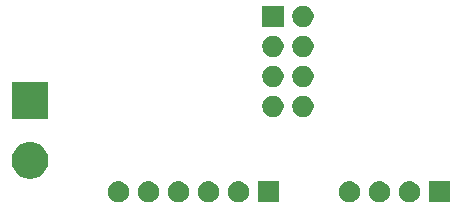
<source format=gbr>
G04 #@! TF.GenerationSoftware,KiCad,Pcbnew,5.1.5+dfsg1-2build2*
G04 #@! TF.CreationDate,2020-05-16T18:57:51+02:00*
G04 #@! TF.ProjectId,WeatherStationPcb,57656174-6865-4725-9374-6174696f6e50,1*
G04 #@! TF.SameCoordinates,Original*
G04 #@! TF.FileFunction,Soldermask,Bot*
G04 #@! TF.FilePolarity,Negative*
%FSLAX46Y46*%
G04 Gerber Fmt 4.6, Leading zero omitted, Abs format (unit mm)*
G04 Created by KiCad (PCBNEW 5.1.5+dfsg1-2build2) date 2020-05-16 18:57:51*
%MOMM*%
%LPD*%
G04 APERTURE LIST*
%ADD10C,0.100000*%
G04 APERTURE END LIST*
D10*
G36*
X85737000Y-62877000D02*
G01*
X83935000Y-62877000D01*
X83935000Y-61075000D01*
X85737000Y-61075000D01*
X85737000Y-62877000D01*
G37*
G36*
X100215000Y-62877000D02*
G01*
X98413000Y-62877000D01*
X98413000Y-61075000D01*
X100215000Y-61075000D01*
X100215000Y-62877000D01*
G37*
G36*
X82409512Y-61079927D02*
G01*
X82558812Y-61109624D01*
X82722784Y-61177544D01*
X82870354Y-61276147D01*
X82995853Y-61401646D01*
X83094456Y-61549216D01*
X83162376Y-61713188D01*
X83197000Y-61887259D01*
X83197000Y-62064741D01*
X83162376Y-62238812D01*
X83094456Y-62402784D01*
X82995853Y-62550354D01*
X82870354Y-62675853D01*
X82722784Y-62774456D01*
X82558812Y-62842376D01*
X82409512Y-62872073D01*
X82384742Y-62877000D01*
X82207258Y-62877000D01*
X82182488Y-62872073D01*
X82033188Y-62842376D01*
X81869216Y-62774456D01*
X81721646Y-62675853D01*
X81596147Y-62550354D01*
X81497544Y-62402784D01*
X81429624Y-62238812D01*
X81395000Y-62064741D01*
X81395000Y-61887259D01*
X81429624Y-61713188D01*
X81497544Y-61549216D01*
X81596147Y-61401646D01*
X81721646Y-61276147D01*
X81869216Y-61177544D01*
X82033188Y-61109624D01*
X82182488Y-61079927D01*
X82207258Y-61075000D01*
X82384742Y-61075000D01*
X82409512Y-61079927D01*
G37*
G36*
X79869512Y-61079927D02*
G01*
X80018812Y-61109624D01*
X80182784Y-61177544D01*
X80330354Y-61276147D01*
X80455853Y-61401646D01*
X80554456Y-61549216D01*
X80622376Y-61713188D01*
X80657000Y-61887259D01*
X80657000Y-62064741D01*
X80622376Y-62238812D01*
X80554456Y-62402784D01*
X80455853Y-62550354D01*
X80330354Y-62675853D01*
X80182784Y-62774456D01*
X80018812Y-62842376D01*
X79869512Y-62872073D01*
X79844742Y-62877000D01*
X79667258Y-62877000D01*
X79642488Y-62872073D01*
X79493188Y-62842376D01*
X79329216Y-62774456D01*
X79181646Y-62675853D01*
X79056147Y-62550354D01*
X78957544Y-62402784D01*
X78889624Y-62238812D01*
X78855000Y-62064741D01*
X78855000Y-61887259D01*
X78889624Y-61713188D01*
X78957544Y-61549216D01*
X79056147Y-61401646D01*
X79181646Y-61276147D01*
X79329216Y-61177544D01*
X79493188Y-61109624D01*
X79642488Y-61079927D01*
X79667258Y-61075000D01*
X79844742Y-61075000D01*
X79869512Y-61079927D01*
G37*
G36*
X77329512Y-61079927D02*
G01*
X77478812Y-61109624D01*
X77642784Y-61177544D01*
X77790354Y-61276147D01*
X77915853Y-61401646D01*
X78014456Y-61549216D01*
X78082376Y-61713188D01*
X78117000Y-61887259D01*
X78117000Y-62064741D01*
X78082376Y-62238812D01*
X78014456Y-62402784D01*
X77915853Y-62550354D01*
X77790354Y-62675853D01*
X77642784Y-62774456D01*
X77478812Y-62842376D01*
X77329512Y-62872073D01*
X77304742Y-62877000D01*
X77127258Y-62877000D01*
X77102488Y-62872073D01*
X76953188Y-62842376D01*
X76789216Y-62774456D01*
X76641646Y-62675853D01*
X76516147Y-62550354D01*
X76417544Y-62402784D01*
X76349624Y-62238812D01*
X76315000Y-62064741D01*
X76315000Y-61887259D01*
X76349624Y-61713188D01*
X76417544Y-61549216D01*
X76516147Y-61401646D01*
X76641646Y-61276147D01*
X76789216Y-61177544D01*
X76953188Y-61109624D01*
X77102488Y-61079927D01*
X77127258Y-61075000D01*
X77304742Y-61075000D01*
X77329512Y-61079927D01*
G37*
G36*
X74789512Y-61079927D02*
G01*
X74938812Y-61109624D01*
X75102784Y-61177544D01*
X75250354Y-61276147D01*
X75375853Y-61401646D01*
X75474456Y-61549216D01*
X75542376Y-61713188D01*
X75577000Y-61887259D01*
X75577000Y-62064741D01*
X75542376Y-62238812D01*
X75474456Y-62402784D01*
X75375853Y-62550354D01*
X75250354Y-62675853D01*
X75102784Y-62774456D01*
X74938812Y-62842376D01*
X74789512Y-62872073D01*
X74764742Y-62877000D01*
X74587258Y-62877000D01*
X74562488Y-62872073D01*
X74413188Y-62842376D01*
X74249216Y-62774456D01*
X74101646Y-62675853D01*
X73976147Y-62550354D01*
X73877544Y-62402784D01*
X73809624Y-62238812D01*
X73775000Y-62064741D01*
X73775000Y-61887259D01*
X73809624Y-61713188D01*
X73877544Y-61549216D01*
X73976147Y-61401646D01*
X74101646Y-61276147D01*
X74249216Y-61177544D01*
X74413188Y-61109624D01*
X74562488Y-61079927D01*
X74587258Y-61075000D01*
X74764742Y-61075000D01*
X74789512Y-61079927D01*
G37*
G36*
X72249512Y-61079927D02*
G01*
X72398812Y-61109624D01*
X72562784Y-61177544D01*
X72710354Y-61276147D01*
X72835853Y-61401646D01*
X72934456Y-61549216D01*
X73002376Y-61713188D01*
X73037000Y-61887259D01*
X73037000Y-62064741D01*
X73002376Y-62238812D01*
X72934456Y-62402784D01*
X72835853Y-62550354D01*
X72710354Y-62675853D01*
X72562784Y-62774456D01*
X72398812Y-62842376D01*
X72249512Y-62872073D01*
X72224742Y-62877000D01*
X72047258Y-62877000D01*
X72022488Y-62872073D01*
X71873188Y-62842376D01*
X71709216Y-62774456D01*
X71561646Y-62675853D01*
X71436147Y-62550354D01*
X71337544Y-62402784D01*
X71269624Y-62238812D01*
X71235000Y-62064741D01*
X71235000Y-61887259D01*
X71269624Y-61713188D01*
X71337544Y-61549216D01*
X71436147Y-61401646D01*
X71561646Y-61276147D01*
X71709216Y-61177544D01*
X71873188Y-61109624D01*
X72022488Y-61079927D01*
X72047258Y-61075000D01*
X72224742Y-61075000D01*
X72249512Y-61079927D01*
G37*
G36*
X96887512Y-61079927D02*
G01*
X97036812Y-61109624D01*
X97200784Y-61177544D01*
X97348354Y-61276147D01*
X97473853Y-61401646D01*
X97572456Y-61549216D01*
X97640376Y-61713188D01*
X97675000Y-61887259D01*
X97675000Y-62064741D01*
X97640376Y-62238812D01*
X97572456Y-62402784D01*
X97473853Y-62550354D01*
X97348354Y-62675853D01*
X97200784Y-62774456D01*
X97036812Y-62842376D01*
X96887512Y-62872073D01*
X96862742Y-62877000D01*
X96685258Y-62877000D01*
X96660488Y-62872073D01*
X96511188Y-62842376D01*
X96347216Y-62774456D01*
X96199646Y-62675853D01*
X96074147Y-62550354D01*
X95975544Y-62402784D01*
X95907624Y-62238812D01*
X95873000Y-62064741D01*
X95873000Y-61887259D01*
X95907624Y-61713188D01*
X95975544Y-61549216D01*
X96074147Y-61401646D01*
X96199646Y-61276147D01*
X96347216Y-61177544D01*
X96511188Y-61109624D01*
X96660488Y-61079927D01*
X96685258Y-61075000D01*
X96862742Y-61075000D01*
X96887512Y-61079927D01*
G37*
G36*
X94347512Y-61079927D02*
G01*
X94496812Y-61109624D01*
X94660784Y-61177544D01*
X94808354Y-61276147D01*
X94933853Y-61401646D01*
X95032456Y-61549216D01*
X95100376Y-61713188D01*
X95135000Y-61887259D01*
X95135000Y-62064741D01*
X95100376Y-62238812D01*
X95032456Y-62402784D01*
X94933853Y-62550354D01*
X94808354Y-62675853D01*
X94660784Y-62774456D01*
X94496812Y-62842376D01*
X94347512Y-62872073D01*
X94322742Y-62877000D01*
X94145258Y-62877000D01*
X94120488Y-62872073D01*
X93971188Y-62842376D01*
X93807216Y-62774456D01*
X93659646Y-62675853D01*
X93534147Y-62550354D01*
X93435544Y-62402784D01*
X93367624Y-62238812D01*
X93333000Y-62064741D01*
X93333000Y-61887259D01*
X93367624Y-61713188D01*
X93435544Y-61549216D01*
X93534147Y-61401646D01*
X93659646Y-61276147D01*
X93807216Y-61177544D01*
X93971188Y-61109624D01*
X94120488Y-61079927D01*
X94145258Y-61075000D01*
X94322742Y-61075000D01*
X94347512Y-61079927D01*
G37*
G36*
X91807512Y-61079927D02*
G01*
X91956812Y-61109624D01*
X92120784Y-61177544D01*
X92268354Y-61276147D01*
X92393853Y-61401646D01*
X92492456Y-61549216D01*
X92560376Y-61713188D01*
X92595000Y-61887259D01*
X92595000Y-62064741D01*
X92560376Y-62238812D01*
X92492456Y-62402784D01*
X92393853Y-62550354D01*
X92268354Y-62675853D01*
X92120784Y-62774456D01*
X91956812Y-62842376D01*
X91807512Y-62872073D01*
X91782742Y-62877000D01*
X91605258Y-62877000D01*
X91580488Y-62872073D01*
X91431188Y-62842376D01*
X91267216Y-62774456D01*
X91119646Y-62675853D01*
X90994147Y-62550354D01*
X90895544Y-62402784D01*
X90827624Y-62238812D01*
X90793000Y-62064741D01*
X90793000Y-61887259D01*
X90827624Y-61713188D01*
X90895544Y-61549216D01*
X90994147Y-61401646D01*
X91119646Y-61276147D01*
X91267216Y-61177544D01*
X91431188Y-61109624D01*
X91580488Y-61079927D01*
X91605258Y-61075000D01*
X91782742Y-61075000D01*
X91807512Y-61079927D01*
G37*
G36*
X64945585Y-57787802D02*
G01*
X65095410Y-57817604D01*
X65377674Y-57934521D01*
X65631705Y-58104259D01*
X65847741Y-58320295D01*
X66017479Y-58574326D01*
X66134396Y-58856590D01*
X66194000Y-59156240D01*
X66194000Y-59461760D01*
X66134396Y-59761410D01*
X66017479Y-60043674D01*
X65847741Y-60297705D01*
X65631705Y-60513741D01*
X65377674Y-60683479D01*
X65095410Y-60800396D01*
X64945585Y-60830198D01*
X64795761Y-60860000D01*
X64490239Y-60860000D01*
X64340415Y-60830198D01*
X64190590Y-60800396D01*
X63908326Y-60683479D01*
X63654295Y-60513741D01*
X63438259Y-60297705D01*
X63268521Y-60043674D01*
X63151604Y-59761410D01*
X63092000Y-59461760D01*
X63092000Y-59156240D01*
X63151604Y-58856590D01*
X63268521Y-58574326D01*
X63438259Y-58320295D01*
X63654295Y-58104259D01*
X63908326Y-57934521D01*
X64190590Y-57817604D01*
X64340415Y-57787802D01*
X64490239Y-57758000D01*
X64795761Y-57758000D01*
X64945585Y-57787802D01*
G37*
G36*
X66194000Y-55780000D02*
G01*
X63092000Y-55780000D01*
X63092000Y-52678000D01*
X66194000Y-52678000D01*
X66194000Y-55780000D01*
G37*
G36*
X87870512Y-53840927D02*
G01*
X88019812Y-53870624D01*
X88183784Y-53938544D01*
X88331354Y-54037147D01*
X88456853Y-54162646D01*
X88555456Y-54310216D01*
X88623376Y-54474188D01*
X88658000Y-54648259D01*
X88658000Y-54825741D01*
X88623376Y-54999812D01*
X88555456Y-55163784D01*
X88456853Y-55311354D01*
X88331354Y-55436853D01*
X88183784Y-55535456D01*
X88019812Y-55603376D01*
X87870512Y-55633073D01*
X87845742Y-55638000D01*
X87668258Y-55638000D01*
X87643488Y-55633073D01*
X87494188Y-55603376D01*
X87330216Y-55535456D01*
X87182646Y-55436853D01*
X87057147Y-55311354D01*
X86958544Y-55163784D01*
X86890624Y-54999812D01*
X86856000Y-54825741D01*
X86856000Y-54648259D01*
X86890624Y-54474188D01*
X86958544Y-54310216D01*
X87057147Y-54162646D01*
X87182646Y-54037147D01*
X87330216Y-53938544D01*
X87494188Y-53870624D01*
X87643488Y-53840927D01*
X87668258Y-53836000D01*
X87845742Y-53836000D01*
X87870512Y-53840927D01*
G37*
G36*
X85330512Y-53840927D02*
G01*
X85479812Y-53870624D01*
X85643784Y-53938544D01*
X85791354Y-54037147D01*
X85916853Y-54162646D01*
X86015456Y-54310216D01*
X86083376Y-54474188D01*
X86118000Y-54648259D01*
X86118000Y-54825741D01*
X86083376Y-54999812D01*
X86015456Y-55163784D01*
X85916853Y-55311354D01*
X85791354Y-55436853D01*
X85643784Y-55535456D01*
X85479812Y-55603376D01*
X85330512Y-55633073D01*
X85305742Y-55638000D01*
X85128258Y-55638000D01*
X85103488Y-55633073D01*
X84954188Y-55603376D01*
X84790216Y-55535456D01*
X84642646Y-55436853D01*
X84517147Y-55311354D01*
X84418544Y-55163784D01*
X84350624Y-54999812D01*
X84316000Y-54825741D01*
X84316000Y-54648259D01*
X84350624Y-54474188D01*
X84418544Y-54310216D01*
X84517147Y-54162646D01*
X84642646Y-54037147D01*
X84790216Y-53938544D01*
X84954188Y-53870624D01*
X85103488Y-53840927D01*
X85128258Y-53836000D01*
X85305742Y-53836000D01*
X85330512Y-53840927D01*
G37*
G36*
X87870512Y-51300927D02*
G01*
X88019812Y-51330624D01*
X88183784Y-51398544D01*
X88331354Y-51497147D01*
X88456853Y-51622646D01*
X88555456Y-51770216D01*
X88623376Y-51934188D01*
X88658000Y-52108259D01*
X88658000Y-52285741D01*
X88623376Y-52459812D01*
X88555456Y-52623784D01*
X88456853Y-52771354D01*
X88331354Y-52896853D01*
X88183784Y-52995456D01*
X88019812Y-53063376D01*
X87870512Y-53093073D01*
X87845742Y-53098000D01*
X87668258Y-53098000D01*
X87643488Y-53093073D01*
X87494188Y-53063376D01*
X87330216Y-52995456D01*
X87182646Y-52896853D01*
X87057147Y-52771354D01*
X86958544Y-52623784D01*
X86890624Y-52459812D01*
X86856000Y-52285741D01*
X86856000Y-52108259D01*
X86890624Y-51934188D01*
X86958544Y-51770216D01*
X87057147Y-51622646D01*
X87182646Y-51497147D01*
X87330216Y-51398544D01*
X87494188Y-51330624D01*
X87643488Y-51300927D01*
X87668258Y-51296000D01*
X87845742Y-51296000D01*
X87870512Y-51300927D01*
G37*
G36*
X85330512Y-51300927D02*
G01*
X85479812Y-51330624D01*
X85643784Y-51398544D01*
X85791354Y-51497147D01*
X85916853Y-51622646D01*
X86015456Y-51770216D01*
X86083376Y-51934188D01*
X86118000Y-52108259D01*
X86118000Y-52285741D01*
X86083376Y-52459812D01*
X86015456Y-52623784D01*
X85916853Y-52771354D01*
X85791354Y-52896853D01*
X85643784Y-52995456D01*
X85479812Y-53063376D01*
X85330512Y-53093073D01*
X85305742Y-53098000D01*
X85128258Y-53098000D01*
X85103488Y-53093073D01*
X84954188Y-53063376D01*
X84790216Y-52995456D01*
X84642646Y-52896853D01*
X84517147Y-52771354D01*
X84418544Y-52623784D01*
X84350624Y-52459812D01*
X84316000Y-52285741D01*
X84316000Y-52108259D01*
X84350624Y-51934188D01*
X84418544Y-51770216D01*
X84517147Y-51622646D01*
X84642646Y-51497147D01*
X84790216Y-51398544D01*
X84954188Y-51330624D01*
X85103488Y-51300927D01*
X85128258Y-51296000D01*
X85305742Y-51296000D01*
X85330512Y-51300927D01*
G37*
G36*
X87870512Y-48760927D02*
G01*
X88019812Y-48790624D01*
X88183784Y-48858544D01*
X88331354Y-48957147D01*
X88456853Y-49082646D01*
X88555456Y-49230216D01*
X88623376Y-49394188D01*
X88658000Y-49568259D01*
X88658000Y-49745741D01*
X88623376Y-49919812D01*
X88555456Y-50083784D01*
X88456853Y-50231354D01*
X88331354Y-50356853D01*
X88183784Y-50455456D01*
X88019812Y-50523376D01*
X87870512Y-50553073D01*
X87845742Y-50558000D01*
X87668258Y-50558000D01*
X87643488Y-50553073D01*
X87494188Y-50523376D01*
X87330216Y-50455456D01*
X87182646Y-50356853D01*
X87057147Y-50231354D01*
X86958544Y-50083784D01*
X86890624Y-49919812D01*
X86856000Y-49745741D01*
X86856000Y-49568259D01*
X86890624Y-49394188D01*
X86958544Y-49230216D01*
X87057147Y-49082646D01*
X87182646Y-48957147D01*
X87330216Y-48858544D01*
X87494188Y-48790624D01*
X87643488Y-48760927D01*
X87668258Y-48756000D01*
X87845742Y-48756000D01*
X87870512Y-48760927D01*
G37*
G36*
X85330512Y-48760927D02*
G01*
X85479812Y-48790624D01*
X85643784Y-48858544D01*
X85791354Y-48957147D01*
X85916853Y-49082646D01*
X86015456Y-49230216D01*
X86083376Y-49394188D01*
X86118000Y-49568259D01*
X86118000Y-49745741D01*
X86083376Y-49919812D01*
X86015456Y-50083784D01*
X85916853Y-50231354D01*
X85791354Y-50356853D01*
X85643784Y-50455456D01*
X85479812Y-50523376D01*
X85330512Y-50553073D01*
X85305742Y-50558000D01*
X85128258Y-50558000D01*
X85103488Y-50553073D01*
X84954188Y-50523376D01*
X84790216Y-50455456D01*
X84642646Y-50356853D01*
X84517147Y-50231354D01*
X84418544Y-50083784D01*
X84350624Y-49919812D01*
X84316000Y-49745741D01*
X84316000Y-49568259D01*
X84350624Y-49394188D01*
X84418544Y-49230216D01*
X84517147Y-49082646D01*
X84642646Y-48957147D01*
X84790216Y-48858544D01*
X84954188Y-48790624D01*
X85103488Y-48760927D01*
X85128258Y-48756000D01*
X85305742Y-48756000D01*
X85330512Y-48760927D01*
G37*
G36*
X86118000Y-48018000D02*
G01*
X84316000Y-48018000D01*
X84316000Y-46216000D01*
X86118000Y-46216000D01*
X86118000Y-48018000D01*
G37*
G36*
X87870512Y-46220927D02*
G01*
X88019812Y-46250624D01*
X88183784Y-46318544D01*
X88331354Y-46417147D01*
X88456853Y-46542646D01*
X88555456Y-46690216D01*
X88623376Y-46854188D01*
X88658000Y-47028259D01*
X88658000Y-47205741D01*
X88623376Y-47379812D01*
X88555456Y-47543784D01*
X88456853Y-47691354D01*
X88331354Y-47816853D01*
X88183784Y-47915456D01*
X88019812Y-47983376D01*
X87870512Y-48013073D01*
X87845742Y-48018000D01*
X87668258Y-48018000D01*
X87643488Y-48013073D01*
X87494188Y-47983376D01*
X87330216Y-47915456D01*
X87182646Y-47816853D01*
X87057147Y-47691354D01*
X86958544Y-47543784D01*
X86890624Y-47379812D01*
X86856000Y-47205741D01*
X86856000Y-47028259D01*
X86890624Y-46854188D01*
X86958544Y-46690216D01*
X87057147Y-46542646D01*
X87182646Y-46417147D01*
X87330216Y-46318544D01*
X87494188Y-46250624D01*
X87643488Y-46220927D01*
X87668258Y-46216000D01*
X87845742Y-46216000D01*
X87870512Y-46220927D01*
G37*
M02*

</source>
